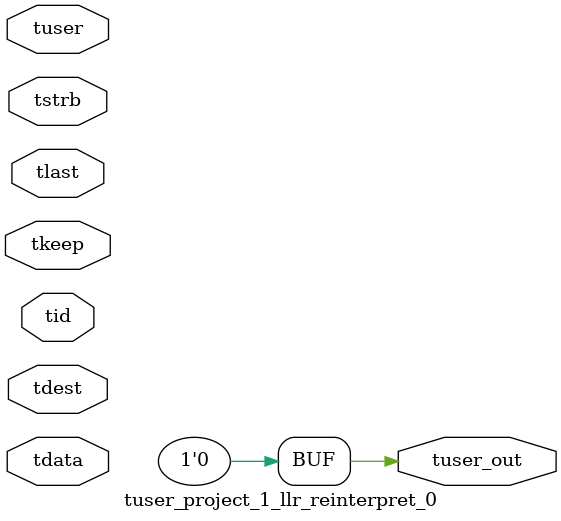
<source format=v>


`timescale 1ps/1ps

module tuser_project_1_llr_reinterpret_0 #
(
parameter C_S_AXIS_TUSER_WIDTH = 1,
parameter C_S_AXIS_TDATA_WIDTH = 32,
parameter C_S_AXIS_TID_WIDTH   = 0,
parameter C_S_AXIS_TDEST_WIDTH = 0,
parameter C_M_AXIS_TUSER_WIDTH = 1
)
(
input  [(C_S_AXIS_TUSER_WIDTH == 0 ? 1 : C_S_AXIS_TUSER_WIDTH)-1:0     ] tuser,
input  [(C_S_AXIS_TDATA_WIDTH == 0 ? 1 : C_S_AXIS_TDATA_WIDTH)-1:0     ] tdata,
input  [(C_S_AXIS_TID_WIDTH   == 0 ? 1 : C_S_AXIS_TID_WIDTH)-1:0       ] tid,
input  [(C_S_AXIS_TDEST_WIDTH == 0 ? 1 : C_S_AXIS_TDEST_WIDTH)-1:0     ] tdest,
input  [(C_S_AXIS_TDATA_WIDTH/8)-1:0 ] tkeep,
input  [(C_S_AXIS_TDATA_WIDTH/8)-1:0 ] tstrb,
input                                                                    tlast,
output [C_M_AXIS_TUSER_WIDTH-1:0] tuser_out
);

assign tuser_out = {1'b0};

endmodule


</source>
